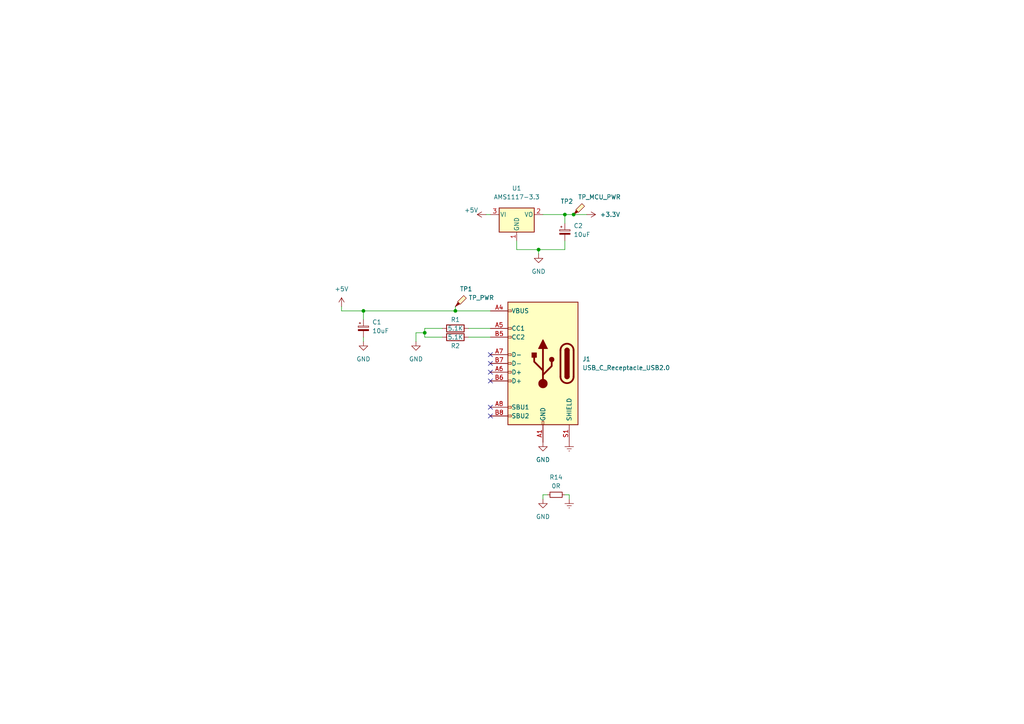
<source format=kicad_sch>
(kicad_sch (version 20211123) (generator eeschema)
  (paper "A4")
  (lib_symbols
    (symbol "Connector:TestPoint_Probe" (pin_numbers hide) (pin_names (offset 0.762) hide)
      (property "Reference" "TP" (at 1.651 5.842 0))
      (property "Value" "TestPoint_Probe" (at 1.651 4.064 0))
      (symbol "TestPoint_Probe_0_1"
        (polyline (pts (xy 1.27 0.762) (xy 0 0) (xy 0.762 1.27) (xy 1.27 0.762)) (fill (type outline)))
        (polyline (pts (xy 1.397 0.635) (xy 0.635 1.397) (xy 2.413 3.175) (xy 3.175 2.413) (xy 1.397 0.635)) (fill (type background)))
      )
      (symbol "TestPoint_Probe_1_1"
        (pin passive line (at 0 0 90) (length 0) (name "1") (number "1"))
      )
    )
    (symbol "Connector:USB_C_Receptacle_USB2.0" (pin_names (offset 1.016))
      (property "Reference" "J" (at -10.16 19.05 0))
      (property "Value" "USB_C_Receptacle_USB2.0" (at 19.05 19.05 0))
      (symbol "USB_C_Receptacle_USB2.0_0_0"
        (rectangle (start -0.254 -17.78) (end 0.254 -16.764))
        (rectangle (start 10.16 -14.986) (end 9.144 -15.494))
        (rectangle (start 10.16 -12.446) (end 9.144 -12.954))
        (rectangle (start 10.16 -4.826) (end 9.144 -5.334))
        (rectangle (start 10.16 -2.286) (end 9.144 -2.794))
        (rectangle (start 10.16 0.254) (end 9.144 -0.254))
        (rectangle (start 10.16 2.794) (end 9.144 2.286))
        (rectangle (start 10.16 7.874) (end 9.144 7.366))
        (rectangle (start 10.16 10.414) (end 9.144 9.906))
        (rectangle (start 10.16 15.494) (end 9.144 14.986))
      )
      (symbol "USB_C_Receptacle_USB2.0_0_1"
        (rectangle (start -10.16 17.78) (end 10.16 -17.78) (stroke (width 0.254)) (fill (type background)))
        (arc (start -8.89 -3.81) (mid -6.985 -5.715) (end -5.08 -3.81) (stroke (width 0.508)))
        (arc (start -7.62 -3.81) (mid -6.985 -4.445) (end -6.35 -3.81) (stroke (width 0.254)))
        (arc (start -7.62 -3.81) (mid -6.985 -4.445) (end -6.35 -3.81) (stroke (width 0.254)) (fill (type outline)))
        (rectangle (start -7.62 -3.81) (end -6.35 3.81) (stroke (width 0.254)) (fill (type outline)))
        (arc (start -6.35 3.81) (mid -6.985 4.445) (end -7.62 3.81) (stroke (width 0.254)))
        (arc (start -6.35 3.81) (mid -6.985 4.445) (end -7.62 3.81) (stroke (width 0.254)) (fill (type outline)))
        (arc (start -5.08 3.81) (mid -6.985 5.715) (end -8.89 3.81) (stroke (width 0.508)))
        (circle (center -2.54 1.143) (radius 0.635) (stroke (width 0.254)) (fill (type outline)))
        (circle (center 0 -5.842) (radius 1.27) (fill (type outline)))
        (polyline (pts (xy -8.89 -3.81) (xy -8.89 3.81)) (stroke (width 0.508)))
        (polyline (pts (xy -5.08 3.81) (xy -5.08 -3.81)) (stroke (width 0.508)))
        (polyline (pts (xy 0 -5.842) (xy 0 4.318)) (stroke (width 0.508)))
        (polyline (pts (xy 0 -3.302) (xy -2.54 -0.762) (xy -2.54 0.508)) (stroke (width 0.508)))
        (polyline (pts (xy 0 -2.032) (xy 2.54 0.508) (xy 2.54 1.778)) (stroke (width 0.508)))
        (polyline (pts (xy -1.27 4.318) (xy 0 6.858) (xy 1.27 4.318) (xy -1.27 4.318)) (stroke (width 0.254)) (fill (type outline)))
        (rectangle (start 1.905 1.778) (end 3.175 3.048) (stroke (width 0.254)) (fill (type outline)))
      )
      (symbol "USB_C_Receptacle_USB2.0_1_1"
        (pin passive line (at 0 -22.86 90) (length 5.08) (name "GND") (number "A1"))
        (pin passive line (at 0 -22.86 90) (length 5.08) hide (name "GND") (number "A12"))
        (pin passive line (at 15.24 15.24 180) (length 5.08) (name "VBUS") (number "A4"))
        (pin bidirectional line (at 15.24 10.16 180) (length 5.08) (name "CC1") (number "A5"))
        (pin bidirectional line (at 15.24 -2.54 180) (length 5.08) (name "D+") (number "A6"))
        (pin bidirectional line (at 15.24 2.54 180) (length 5.08) (name "D-") (number "A7"))
        (pin bidirectional line (at 15.24 -12.7 180) (length 5.08) (name "SBU1") (number "A8"))
        (pin passive line (at 15.24 15.24 180) (length 5.08) hide (name "VBUS") (number "A9"))
        (pin passive line (at 0 -22.86 90) (length 5.08) hide (name "GND") (number "B1"))
        (pin passive line (at 0 -22.86 90) (length 5.08) hide (name "GND") (number "B12"))
        (pin passive line (at 15.24 15.24 180) (length 5.08) hide (name "VBUS") (number "B4"))
        (pin bidirectional line (at 15.24 7.62 180) (length 5.08) (name "CC2") (number "B5"))
        (pin bidirectional line (at 15.24 -5.08 180) (length 5.08) (name "D+") (number "B6"))
        (pin bidirectional line (at 15.24 0 180) (length 5.08) (name "D-") (number "B7"))
        (pin bidirectional line (at 15.24 -15.24 180) (length 5.08) (name "SBU2") (number "B8"))
        (pin passive line (at 15.24 15.24 180) (length 5.08) hide (name "VBUS") (number "B9"))
        (pin passive line (at -7.62 -22.86 90) (length 5.08) (name "SHIELD") (number "S1"))
      )
    )
    (symbol "Device:C_Polarized_Small" (pin_numbers hide) (pin_names (offset 0.254) hide)
      (property "Reference" "C" (at 0.254 1.778 0))
      (property "Value" "C_Polarized_Small" (at 0.254 -2.032 0))
      (symbol "C_Polarized_Small_0_1"
        (rectangle (start -1.524 -0.3048) (end 1.524 -0.6858) (fill (type outline)))
        (rectangle (start -1.524 0.6858) (end 1.524 0.3048))
        (polyline (pts (xy -1.27 1.524) (xy -0.762 1.524)))
        (polyline (pts (xy -1.016 1.27) (xy -1.016 1.778)))
      )
      (symbol "C_Polarized_Small_1_1"
        (pin passive line (at 0 2.54 270) (length 1.8542) (name "~") (number "1"))
        (pin passive line (at 0 -2.54 90) (length 1.8542) (name "~") (number "2"))
      )
    )
    (symbol "Device:R" (pin_numbers hide) (pin_names (offset 0))
      (property "Reference" "R" (at 2.032 0 90))
      (property "Value" "R" (at 0 0 90))
      (symbol "R_0_1"
        (rectangle (start -1.016 -2.54) (end 1.016 2.54) (stroke (width 0.254)))
      )
      (symbol "R_1_1"
        (pin passive line (at 0 3.81 270) (length 1.27) (name "~") (number "1"))
        (pin passive line (at 0 -3.81 90) (length 1.27) (name "~") (number "2"))
      )
    )
    (symbol "Device:R_Small" (pin_numbers hide) (pin_names (offset 0.254) hide)
      (property "Reference" "R" (at 0.762 0.508 0))
      (property "Value" "R_Small" (at 0.762 -1.016 0))
      (symbol "R_Small_0_1"
        (rectangle (start -0.762 1.778) (end 0.762 -1.778) (stroke (width 0.2032)))
      )
      (symbol "R_Small_1_1"
        (pin passive line (at 0 2.54 270) (length 0.762) (name "~") (number "1"))
        (pin passive line (at 0 -2.54 90) (length 0.762) (name "~") (number "2"))
      )
    )
    (symbol "Regulator_Linear:AMS1117-3.3" (pin_names (offset 0.254))
      (property "Reference" "U" (at -3.81 3.175 0))
      (property "Value" "AMS1117-3.3" (at 0 3.175 0))
      (symbol "AMS1117-3.3_0_1"
        (rectangle (start -5.08 -5.08) (end 5.08 1.905) (stroke (width 0.254)) (fill (type background)))
      )
      (symbol "AMS1117-3.3_1_1"
        (pin power_in line (at 0 -7.62 90) (length 2.54) (name "GND") (number "1"))
        (pin power_out line (at 7.62 0 180) (length 2.54) (name "VO") (number "2"))
        (pin power_in line (at -7.62 0 0) (length 2.54) (name "VI") (number "3"))
      )
    )
    (symbol "power:+3.3V" (power) (pin_names (offset 0))
      (property "Value" "+3.3V" (at 0 3.556 0))
      (symbol "+3.3V_0_1"
        (polyline (pts (xy -0.762 1.27) (xy 0 2.54)))
        (polyline (pts (xy 0 0) (xy 0 2.54)))
        (polyline (pts (xy 0 2.54) (xy 0.762 1.27)))
      )
      (symbol "+3.3V_1_1"
        (pin power_in line (at 0 0 90) (length 0) hide (name "+3.3V") (number "1"))
      )
    )
    (symbol "power:+5V" (power) (pin_names (offset 0))
      (property "Value" "+5V" (at 0 3.556 0))
      (symbol "+5V_0_1"
        (polyline (pts (xy -0.762 1.27) (xy 0 2.54)))
        (polyline (pts (xy 0 0) (xy 0 2.54)))
        (polyline (pts (xy 0 2.54) (xy 0.762 1.27)))
      )
      (symbol "+5V_1_1"
        (pin power_in line (at 0 0 90) (length 0) hide (name "+5V") (number "1"))
      )
    )
    (symbol "power:Earth" (power) (pin_names (offset 0))
      (symbol "Earth_0_1"
        (polyline (pts (xy -0.635 -1.905) (xy 0.635 -1.905)))
        (polyline (pts (xy -0.127 -2.54) (xy 0.127 -2.54)))
        (polyline (pts (xy 0 -1.27) (xy 0 0)))
        (polyline (pts (xy 1.27 -1.27) (xy -1.27 -1.27)))
      )
      (symbol "Earth_1_1"
        (pin power_in line (at 0 0 270) (length 0) hide (name "Earth") (number "1"))
      )
    )
    (symbol "power:GND" (power) (pin_names (offset 0))
      (property "Value" "GND" (at 0 -3.81 0))
      (symbol "GND_0_1"
        (polyline (pts (xy 0 0) (xy 0 -1.27) (xy 1.27 -1.27) (xy 0 -2.54) (xy -1.27 -1.27) (xy 0 -1.27)))
      )
      (symbol "GND_1_1"
        (pin power_in line (at 0 0 270) (length 0) hide (name "GND") (number "1"))
      )
    )
  )
  (junction (at 166.37 62.23))
  (junction (at 163.83 62.23))
  (junction (at 156.21 72.39))
  (junction (at 105.41 90.17))
  (junction (at 123.19 96.52))
  (junction (at 132.08 90.17))
  (no_connect (at 142.24 118.11))
  (no_connect (at 142.24 120.65))
  (no_connect (at 142.24 110.49))
  (no_connect (at 142.24 107.95))
  (no_connect (at 142.24 105.41))
  (no_connect (at 142.24 102.87))
  (wire (pts (xy 165.1 144.78) (xy 165.1 143.51)))
  (wire (pts (xy 166.37 62.23) (xy 170.18 62.23)))
  (wire (pts (xy 105.41 97.79) (xy 105.41 99.06)))
  (wire (pts (xy 123.19 97.79) (xy 128.27 97.79)))
  (wire (pts (xy 163.83 72.39) (xy 156.21 72.39)))
  (wire (pts (xy 120.65 96.52) (xy 123.19 96.52)))
  (wire (pts (xy 157.48 143.51) (xy 157.48 144.78)))
  (wire (pts (xy 163.83 62.23) (xy 166.37 62.23)))
  (wire (pts (xy 99.06 90.17) (xy 105.41 90.17)))
  (wire (pts (xy 156.21 73.66) (xy 156.21 72.39)))
  (wire (pts (xy 163.83 64.77) (xy 163.83 62.23)))
  (wire (pts (xy 120.65 99.06) (xy 120.65 96.52)))
  (wire (pts (xy 140.97 62.23) (xy 142.24 62.23)))
  (wire (pts (xy 128.27 95.25) (xy 123.19 95.25)))
  (wire (pts (xy 165.1 143.51) (xy 163.83 143.51)))
  (wire (pts (xy 156.21 72.39) (xy 149.86 72.39)))
  (wire (pts (xy 149.86 72.39) (xy 149.86 69.85)))
  (wire (pts (xy 158.75 143.51) (xy 157.48 143.51)))
  (wire (pts (xy 135.89 97.79) (xy 142.24 97.79)))
  (wire (pts (xy 123.19 96.52) (xy 123.19 97.79)))
  (wire (pts (xy 163.83 62.23) (xy 157.48 62.23)))
  (wire (pts (xy 99.06 88.9) (xy 99.06 90.17)))
  (wire (pts (xy 135.89 95.25) (xy 142.24 95.25)))
  (wire (pts (xy 142.24 90.17) (xy 132.08 90.17)))
  (wire (pts (xy 132.08 88.9) (xy 132.08 90.17)))
  (wire (pts (xy 123.19 95.25) (xy 123.19 96.52)))
  (wire (pts (xy 163.83 69.85) (xy 163.83 72.39)))
  (wire (pts (xy 105.41 90.17) (xy 132.08 90.17)))
  (wire (pts (xy 105.41 90.17) (xy 105.41 92.71)))
  (symbol (lib_id "power:GND") (at 157.48 128.27 0) (unit 1)
    (property "Reference" "#PWR0108" (effects hide))
    (property "Value" "GND" (at 157.48 133.35 0))
  )
  (symbol (lib_id "power:GND") (at 157.48 144.78 0) (unit 1)
    (property "Reference" "#PWR0128" (effects hide))
    (property "Value" "GND" (at 157.48 149.86 0))
  )
  (symbol (lib_id "power:+5V") (at 99.06 88.9 0) (unit 1)
    (property "Reference" "#PWR0102" (effects hide))
    (property "Value" "+5V" (at 99.06 83.82 0))
  )
  (symbol (lib_id "Device:R_Small") (at 161.29 143.51 90) (unit 1)
    (property "Reference" "R14" (at 161.29 138.43 90))
    (property "Value" "0R" (at 161.29 140.97 90))
    (property "Footprint" "Resistor_SMD:R_0402_1005Metric" (effects hide))
  )
  (symbol (lib_id "Device:C_Polarized_Small") (at 105.41 95.25 0) (unit 1)
    (property "Reference" "C1" (at 107.95 93.4338 0) (effects (justify left)))
    (property "Value" "10uF" (at 107.95 95.9738 0) (effects (justify left)))
    (property "Footprint" "Capacitor_Tantalum_SMD:CP_EIA-3216-18_Kemet-A_Pad1.58x1.35mm_HandSolder" (effects hide))
  )
  (symbol (lib_id "power:+3.3V") (at 170.18 62.23 270) (unit 1)
    (property "Reference" "#PWR0106" (effects hide))
    (property "Value" "+3.3V" (at 173.99 62.23 90) (effects (justify left)))
  )
  (symbol (lib_id "power:GND") (at 105.41 99.06 0) (unit 1)
    (property "Reference" "#PWR0101" (effects hide))
    (property "Value" "GND" (at 105.41 104.14 0))
  )
  (symbol (lib_id "Connector:USB_C_Receptacle_USB2.0") (at 157.48 105.41 0) (mirror y) (unit 1)
    (property "Reference" "J1" (at 168.91 104.1399 0) (effects (justify right)))
    (property "Value" "USB_C_Receptacle_USB2.0" (at 168.91 106.6799 0) (effects (justify right)))
    (property "Footprint" "Connector_USB:USB_C_Receptacle_HRO_TYPE-C-31-M-12" (effects hide))
    (property "Datasheet" "https://www.usb.org/sites/default/files/documents/usb_type-c.zip" (effects hide))
  )
  (symbol (lib_id "Device:R") (at 132.08 97.79 90) (unit 1)
    (property "Reference" "R2" (at 132.08 100.33 90))
    (property "Value" "5.1K" (at 132.08 97.79 90))
    (property "Footprint" "Resistor_SMD:R_0402_1005Metric" (effects hide))
  )
  (symbol (lib_id "Connector:TestPoint_Probe") (at 166.37 62.23 0) (unit 1)
    (property "Reference" "TP2" (at 162.56 58.42 0) (effects (justify left)))
    (property "Value" "TP_MCU_PWR" (at 167.64 57.15 0) (effects (justify left)))
    (property "Footprint" "TestPoint:TestPoint_Pad_D2.0mm" (effects hide))
  )
  (symbol (lib_id "power:GND") (at 156.21 73.66 0) (unit 1)
    (property "Reference" "#PWR0105" (effects hide))
    (property "Value" "GND" (at 156.21 78.74 0))
  )
  (symbol (lib_id "Connector:TestPoint_Probe") (at 132.08 88.9 0) (unit 1)
    (property "Reference" "TP1" (at 133.35 83.82 0) (effects (justify left)))
    (property "Value" "TP_PWR" (at 135.89 86.36 0) (effects (justify left)))
    (property "Footprint" "TestPoint:TestPoint_Pad_D2.0mm" (effects hide))
  )
  (symbol (lib_id "Device:C_Polarized_Small") (at 163.83 67.31 0) (unit 1)
    (property "Reference" "C2" (at 166.37 65.4938 0) (effects (justify left)))
    (property "Value" "10uF" (at 166.37 68.0338 0) (effects (justify left)))
    (property "Footprint" "Capacitor_Tantalum_SMD:CP_EIA-3216-18_Kemet-A_Pad1.58x1.35mm_HandSolder" (effects hide))
  )
  (symbol (lib_id "power:GND") (at 120.65 99.06 0) (unit 1)
    (property "Reference" "#PWR0103" (effects hide))
    (property "Value" "GND" (at 120.65 104.14 0))
  )
  (symbol (lib_id "Device:R") (at 132.08 95.25 90) (unit 1)
    (property "Reference" "R1" (at 132.08 92.71 90))
    (property "Value" "5.1K" (at 132.08 95.25 90))
    (property "Footprint" "Resistor_SMD:R_0402_1005Metric" (effects hide))
  )
  (symbol (lib_id "power:+5V") (at 140.97 62.23 90) (unit 1)
    (property "Reference" "#PWR0104" (effects hide))
    (property "Value" "+5V" (at 134.62 60.96 90) (effects (justify right)))
  )
  (symbol (lib_id "power:Earth") (at 165.1 128.27 0) (unit 1)
    (property "Reference" "#PWR0107" (effects hide))
    (property "Value" "Earth" (effects hide))
  )
  (symbol (lib_id "Regulator_Linear:AMS1117-3.3") (at 149.86 62.23 0) (unit 1)
    (property "Reference" "U1" (at 149.86 54.61 0))
    (property "Value" "AMS1117-3.3" (at 149.86 57.15 0))
    (property "Footprint" "Package_TO_SOT_SMD:SOT-223-3_TabPin2" (effects hide))
    (property "Datasheet" "http://www.advanced-monolithic.com/pdf/ds1117.pdf" (effects hide))
  )
  (symbol (lib_id "power:Earth") (at 165.1 144.78 0) (unit 1)
    (property "Reference" "#PWR0129" (effects hide))
    (property "Value" "Earth" (effects hide))
  )
)
</source>
